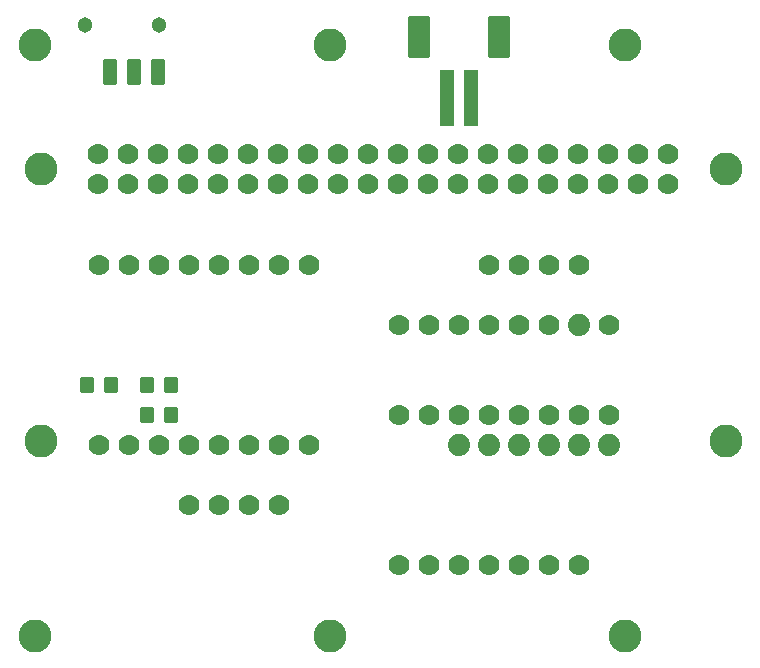
<source format=gbr>
%TF.GenerationSoftware,KiCad,Pcbnew,(6.0.7-1)-1*%
%TF.CreationDate,2022-11-11T20:36:14-08:00*%
%TF.ProjectId,KamiPCBv4,4b616d69-5043-4427-9634-2e6b69636164,rev?*%
%TF.SameCoordinates,Original*%
%TF.FileFunction,Soldermask,Top*%
%TF.FilePolarity,Negative*%
%FSLAX46Y46*%
G04 Gerber Fmt 4.6, Leading zero omitted, Abs format (unit mm)*
G04 Created by KiCad (PCBNEW (6.0.7-1)-1) date 2022-11-11 20:36:14*
%MOMM*%
%LPD*%
G01*
G04 APERTURE LIST*
G04 Aperture macros list*
%AMRoundRect*
0 Rectangle with rounded corners*
0 $1 Rounding radius*
0 $2 $3 $4 $5 $6 $7 $8 $9 X,Y pos of 4 corners*
0 Add a 4 corners polygon primitive as box body*
4,1,4,$2,$3,$4,$5,$6,$7,$8,$9,$2,$3,0*
0 Add four circle primitives for the rounded corners*
1,1,$1+$1,$2,$3*
1,1,$1+$1,$4,$5*
1,1,$1+$1,$6,$7*
1,1,$1+$1,$8,$9*
0 Add four rect primitives between the rounded corners*
20,1,$1+$1,$2,$3,$4,$5,0*
20,1,$1+$1,$4,$5,$6,$7,0*
20,1,$1+$1,$6,$7,$8,$9,0*
20,1,$1+$1,$8,$9,$2,$3,0*%
G04 Aperture macros list end*
%ADD10C,1.778000*%
%ADD11RoundRect,0.101600X0.800000X-1.700000X0.800000X1.700000X-0.800000X1.700000X-0.800000X-1.700000X0*%
%ADD12RoundRect,0.101600X-0.500000X-2.300000X0.500000X-2.300000X0.500000X2.300000X-0.500000X2.300000X0*%
%ADD13C,2.800000*%
%ADD14C,1.879600*%
%ADD15RoundRect,0.250000X-0.350000X-0.450000X0.350000X-0.450000X0.350000X0.450000X-0.350000X0.450000X0*%
%ADD16C,1.301600*%
%ADD17RoundRect,0.101600X0.500000X1.000000X-0.500000X1.000000X-0.500000X-1.000000X0.500000X-1.000000X0*%
G04 APERTURE END LIST*
D10*
%TO.C,*%
X160020000Y-127000000D03*
%TD*%
%TO.C,*%
X162560000Y-127000000D03*
%TD*%
%TO.C,*%
X165100000Y-127000000D03*
%TD*%
%TO.C,*%
X152400000Y-127000000D03*
%TD*%
%TO.C,*%
X154940000Y-127000000D03*
%TD*%
%TO.C,*%
X157480000Y-127000000D03*
%TD*%
%TO.C,*%
X149860000Y-127000000D03*
%TD*%
D11*
%TO.C,X1*%
X158340000Y-82320000D03*
X151540000Y-82320000D03*
D12*
X153940000Y-87520000D03*
X155940000Y-87520000D03*
%TD*%
D10*
%TO.C,RPI1*%
X172630757Y-92233271D03*
X172630757Y-94773271D03*
X170090757Y-92233271D03*
X170090757Y-94773271D03*
X167550757Y-92233271D03*
X167550757Y-94773271D03*
X165010757Y-92233271D03*
X165010757Y-94773271D03*
X162470757Y-92233271D03*
X162470757Y-94773271D03*
X159930757Y-92233271D03*
X159930757Y-94773271D03*
X157390757Y-92233271D03*
X157390757Y-94773271D03*
X154850757Y-92233271D03*
X154850757Y-94773271D03*
X152310757Y-92233271D03*
X152310757Y-94773271D03*
X149770757Y-92233271D03*
X149770757Y-94773271D03*
X147230757Y-92233271D03*
X147230757Y-94773271D03*
X144690757Y-92233271D03*
X144690757Y-94773271D03*
X142150757Y-92233271D03*
X142150757Y-94773271D03*
X139610757Y-92233271D03*
X139610757Y-94773271D03*
X137070757Y-92233271D03*
X137070757Y-94773271D03*
X134530757Y-92233271D03*
X134530757Y-94773271D03*
X131990757Y-92233271D03*
X131990757Y-94773271D03*
X129450757Y-92233271D03*
X129450757Y-94773271D03*
X126910757Y-92233271D03*
X126910757Y-94773271D03*
X124370757Y-92233271D03*
X124370757Y-94773271D03*
D13*
X177500757Y-93503271D03*
X177500757Y-116503271D03*
X119500757Y-116503271D03*
X119500757Y-93503271D03*
%TD*%
%TO.C,*%
X119000800Y-83003300D03*
%TD*%
D14*
%TO.C,*%
X154940000Y-116840000D03*
%TD*%
%TO.C,*%
X160020000Y-116840000D03*
%TD*%
%TO.C,*%
X165100000Y-116840000D03*
%TD*%
D10*
%TO.C,*%
X149860000Y-114300000D03*
%TD*%
%TO.C,*%
X137160000Y-101600000D03*
%TD*%
D15*
%TO.C,*%
X125460000Y-111760000D03*
X123460000Y-111760000D03*
%TD*%
D13*
%TO.C,*%
X144000800Y-83003300D03*
%TD*%
D10*
%TO.C,*%
X132080000Y-101600000D03*
%TD*%
%TO.C,*%
X152400000Y-114300000D03*
%TD*%
%TO.C,*%
X149860000Y-106680000D03*
%TD*%
D14*
%TO.C,*%
X165100000Y-106680000D03*
%TD*%
D10*
%TO.C,*%
X154940000Y-114300000D03*
%TD*%
D13*
%TO.C,*%
X169000800Y-133003300D03*
%TD*%
D10*
%TO.C,*%
X137160000Y-116840000D03*
%TD*%
%TO.C,*%
X157480000Y-114300000D03*
%TD*%
%TO.C,*%
X129540000Y-116840000D03*
%TD*%
%TO.C,*%
X137160000Y-121920000D03*
%TD*%
%TO.C,*%
X134620000Y-121920000D03*
%TD*%
%TO.C,*%
X127000000Y-101600000D03*
%TD*%
%TO.C,*%
X124460000Y-116840000D03*
%TD*%
%TO.C,*%
X129540000Y-101600000D03*
%TD*%
%TO.C,*%
X167640000Y-106680000D03*
%TD*%
%TO.C,*%
X154940000Y-106680000D03*
%TD*%
D15*
%TO.C,*%
X128540000Y-111760000D03*
X130540000Y-111760000D03*
%TD*%
D10*
%TO.C,*%
X139700000Y-121920000D03*
%TD*%
%TO.C,*%
X139700000Y-101600000D03*
%TD*%
%TO.C,*%
X124460000Y-101600000D03*
%TD*%
%TO.C,*%
X165100000Y-114300000D03*
%TD*%
%TO.C,*%
X160020000Y-106680000D03*
%TD*%
D14*
%TO.C,*%
X167640000Y-116840000D03*
%TD*%
D16*
%TO.C,*%
X129540000Y-81280000D03*
%TD*%
D10*
%TO.C,*%
X152400000Y-106680000D03*
%TD*%
%TO.C,*%
X160020000Y-114300000D03*
%TD*%
%TO.C,*%
X139700000Y-116840000D03*
%TD*%
%TO.C,*%
X167640000Y-114300000D03*
%TD*%
D13*
%TO.C,*%
X119000800Y-133003300D03*
%TD*%
%TO.C,*%
X144000800Y-133003300D03*
%TD*%
D10*
%TO.C,*%
X134620000Y-116840000D03*
%TD*%
D17*
%TO.C,*%
X127415000Y-85280000D03*
X125415000Y-85280000D03*
X129415000Y-85280000D03*
%TD*%
D10*
%TO.C,*%
X162560000Y-106680000D03*
%TD*%
%TO.C,*%
X142240000Y-101600000D03*
%TD*%
%TO.C,*%
X162560000Y-101600000D03*
%TD*%
%TO.C,*%
X157480000Y-101600000D03*
%TD*%
%TO.C,*%
X142240000Y-116840000D03*
%TD*%
%TO.C,*%
X162560000Y-114300000D03*
%TD*%
D14*
%TO.C,*%
X157480000Y-116840000D03*
%TD*%
D10*
%TO.C,*%
X160020000Y-101600000D03*
%TD*%
%TO.C,*%
X134620000Y-101600000D03*
%TD*%
D15*
%TO.C,*%
X128540000Y-114300000D03*
X130540000Y-114300000D03*
%TD*%
D10*
%TO.C,*%
X127000000Y-116840000D03*
%TD*%
D14*
%TO.C,*%
X162560000Y-116840000D03*
%TD*%
D10*
%TO.C,*%
X132080000Y-121920000D03*
%TD*%
%TO.C,*%
X132080000Y-116840000D03*
%TD*%
%TO.C,*%
X157480000Y-106680000D03*
%TD*%
D13*
%TO.C,*%
X169000800Y-83003300D03*
%TD*%
D16*
%TO.C,*%
X123290000Y-81280000D03*
%TD*%
D10*
%TO.C,*%
X165100000Y-101600000D03*
%TD*%
M02*

</source>
